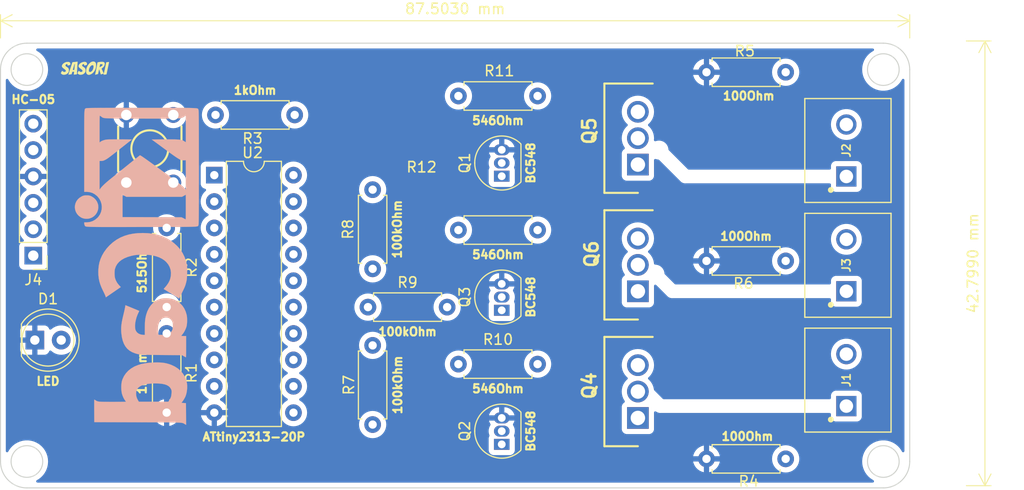
<source format=kicad_pcb>
(kicad_pcb (version 20211014) (generator pcbnew)
  (title_block (title "RGB_LightsBluetooth") (date "2022-05-03") (rev "1") (company "Sasori") (comment 1 "By Tony"))
  (layers (0 "F.Cu" signal) (31 "B.Cu" signal) (34 "B.Paste" user) (35 "F.Paste" user) (36 "B.SilkS" user "B.Silkscreen") (37 "F.SilkS" user "F.Silkscreen") (38 "B.Mask" user) (39 "F.Mask" user) (44 "Edge.Cuts" user))
  (net 0 "")
  (net 1 "GND")
  (net 2 "Net-(R3-Pad2)")
  (net 3 "/TX")
  (net 4 "Net-(R2-Pad1)")
  (net 5 "/5V")
  (net 6 "Net-(J1-Pad2)")
  (net 7 "Net-(J2-Pad2)")
  (net 8 "Net-(J3-Pad2)")
  (net 9 "/R")
  (net 10 "Net-(Q2-Pad2)")
  (net 11 "/B")
  (net 12 "Net-(Q1-Pad2)")
  (net 13 "/G")
  (net 14 "Net-(Q3-Pad2)")
  (net 15 "Net-(Q2-Pad1)")
  (net 16 "/12V")
  (net 17 "Net-(Q1-Pad1)")
  (net 18 "Net-(Q3-Pad1)")
  (net 19 "/RX")
  (net 32 "Net-(D1-Pad2)")
  (net 33 "Net-(J1-Pad1)")
  (net 34 "Net-(J2-Pad1)")
  (net 35 "Net-(J3-Pad1)")
  (footprint "Resistor_THT:R_Axial_DIN0207_L6.3mm_D2.5mm_P7.62mm_Horizontal" (layer "F.Cu") (at 151.384 94.107 -90)
    (fp_text reference "R7" (at 3.81 2.286 90) (layer "F.SilkS"))
    (fp_text value "100kOhm" (at 3.81 -2.413 90) (layer "F.SilkS") (effects (font (size 0.8 0.8) (thickness 0.2))))
    (pad "1" thru_hole circle (at 0 0 270) (size 1.6 1.6) (drill 0.8) (layers *.Cu *.Mask) (net 9 "/R"))
    (pad "2" thru_hole oval (at 7.62 0 270) (size 1.6 1.6) (drill 0.8) (layers *.Cu *.Mask) (net 10 "Net-(Q2-Pad2)"))
  )
  (footprint "Resistor_THT:R_Axial_DIN0207_L6.3mm_D2.5mm_P7.62mm_Horizontal" (layer "F.Cu") (at 151.384 86.741 90)
    (fp_text reference "R8" (at 3.81 -2.37 90) (layer "F.SilkS"))
    (fp_text value "100kOhm" (at 3.81 2.37 90) (layer "F.SilkS") (effects (font (size 0.8 0.8) (thickness 0.2))))
    (pad "1" thru_hole circle (at 0 0 90) (size 1.6 1.6) (drill 0.8) (layers *.Cu *.Mask) (net 11 "/B"))
    (pad "2" thru_hole oval (at 7.62 0 90) (size 1.6 1.6) (drill 0.8) (layers *.Cu *.Mask) (net 12 "Net-(Q1-Pad2)"))
  )
  (footprint "Resistor_THT:R_Axial_DIN0207_L6.3mm_D2.5mm_P7.62mm_Horizontal" (layer "F.Cu") (at 159.639 83.0072)
    (fp_text reference "R12" (at -3.545 -6.053) (layer "F.SilkS"))
    (fp_text value "546Ohm" (at 3.81 2.37) (layer "F.SilkS") (effects (font (size 0.8 0.8) (thickness 0.2))))
    (pad "1" thru_hole circle (at 0 0) (size 1.6 1.6) (drill 0.8) (layers *.Cu *.Mask) (net 18 "Net-(Q3-Pad1)"))
    (pad "2" thru_hole oval (at 7.62 0) (size 1.6 1.6) (drill 0.8) (layers *.Cu *.Mask) (net 16 "/12V"))
  )
  (footprint "Package_TO_SOT_THT:TO-92_Inline" (layer "F.Cu") (at 163.809 90.7288 90)
    (fp_text reference "Q3" (at 1.27 -3.56 90) (layer "F.SilkS"))
    (fp_text value "BC548" (at 1.27 2.79 90) (layer "F.SilkS") (effects (font (size 0.8 0.8) (thickness 0.2))))
    (pad "1" thru_hole rect (at 0 0 90) (size 1.05 1.5) (drill 0.75) (layers *.Cu *.Mask) (net 18 "Net-(Q3-Pad1)"))
    (pad "2" thru_hole oval (at 1.27 0 90) (size 1.05 1.5) (drill 0.75) (layers *.Cu *.Mask) (net 14 "Net-(Q3-Pad2)"))
    (pad "3" thru_hole oval (at 2.54 0 90) (size 1.05 1.5) (drill 0.75) (layers *.Cu *.Mask) (net 1 "GND"))
  )
  (footprint "Resistor_THT:R_Axial_DIN0207_L6.3mm_D2.5mm_P7.62mm_Horizontal" (layer "F.Cu") (at 159.639 95.9104)
    (fp_text reference "R10" (at 3.81 -2.37) (layer "F.SilkS"))
    (fp_text value "546Ohm" (at 3.81 2.37) (layer "F.SilkS") (effects (font (size 0.8 0.8) (thickness 0.2))))
    (pad "1" thru_hole circle (at 0 0) (size 1.6 1.6) (drill 0.8) (layers *.Cu *.Mask) (net 15 "Net-(Q2-Pad1)"))
    (pad "2" thru_hole oval (at 7.62 0) (size 1.6 1.6) (drill 0.8) (layers *.Cu *.Mask) (net 16 "/12V"))
  )
  (footprint "Resistor_THT:R_Axial_DIN0207_L6.3mm_D2.5mm_P7.62mm_Horizontal" (layer "F.Cu") (at 191.135 105.029 180)
    (fp_text reference "R4" (at 3.556 -2.159) (layer "F.SilkS"))
    (fp_text value "100Ohm" (at 3.683 2.159) (layer "F.SilkS") (effects (font (size 0.8 0.8) (thickness 0.2))))
    (pad "1" thru_hole circle (at 0 0 180) (size 1.6 1.6) (drill 0.8) (layers *.Cu *.Mask) (net 6 "Net-(J1-Pad2)"))
    (pad "2" thru_hole oval (at 7.62 0 180) (size 1.6 1.6) (drill 0.8) (layers *.Cu *.Mask) (net 1 "GND"))
  )
  (footprint "freetronics_footprints:SW_PUSHBUTTON_PTH" (layer "F.Cu") (at 129.9374 75.184 90)
    (fp_text reference "SW1")
    (fp_text value "SW_DPST" hide)
    (pad "1" thru_hole oval locked (at -3.2512 -2.2606 90) (size 1.524 1.524) (drill 1.016) (layers *.Cu *.Mask) (net 1 "GND"))
    (pad "1" thru_hole oval locked (at 3.2512 -2.2606 90) (size 1.524 1.524) (drill 1.016) (layers *.Cu *.Mask) (net 1 "GND"))
    (pad "2" thru_hole oval locked (at 3.2512 2.2606 90) (size 1.524 1.524) (drill 1.016) (layers *.Cu *.Mask) (net 2 "Net-(R3-Pad2)"))
    (pad "2" thru_hole oval locked (at -3.2512 2.2606 90) (size 1.524 1.524) (drill 1.016) (layers *.Cu *.Mask) (net 2 "Net-(R3-Pad2)"))
  )
  (footprint "Resistor_THT:R_Axial_DIN0207_L6.3mm_D2.5mm_P7.62mm_Horizontal" (layer "F.Cu") (at 191.135 67.818 180)
    (fp_text reference "R5" (at 3.937 2.032) (layer "F.SilkS"))
    (fp_text value "100Ohm" (at 3.556 -2.286) (layer "F.SilkS") (effects (font (size 0.8 0.8) (thickness 0.2))))
    (pad "1" thru_hole circle (at 0 0 180) (size 1.6 1.6) (drill 0.8) (layers *.Cu *.Mask) (net 7 "Net-(J2-Pad2)"))
    (pad "2" thru_hole oval (at 7.62 0 180) (size 1.6 1.6) (drill 0.8) (layers *.Cu *.Mask) (net 1 "GND"))
  )
  (footprint "Resistor_THT:R_Axial_DIN0207_L6.3mm_D2.5mm_P7.62mm_Horizontal" (layer "F.Cu") (at 191.135 85.979 180)
    (fp_text reference "R6" (at 4.064 -2.159) (layer "F.SilkS"))
    (fp_text value "100Ohm" (at 3.81 2.37) (layer "F.SilkS") (effects (font (size 0.8 0.8) (thickness 0.2))))
    (pad "1" thru_hole circle (at 0 0 180) (size 1.6 1.6) (drill 0.8) (layers *.Cu *.Mask) (net 8 "Net-(J3-Pad2)"))
    (pad "2" thru_hole oval (at 7.62 0 180) (size 1.6 1.6) (drill 0.8) (layers *.Cu *.Mask) (net 1 "GND"))
  )
  (footprint "Resistor_THT:R_Axial_DIN0207_L6.3mm_D2.5mm_P7.62mm_Horizontal" (layer "F.Cu") (at 159.639 70.104)
    (fp_text reference "R11" (at 3.937 -2.413) (layer "F.SilkS"))
    (fp_text value "546Ohm" (at 3.81 2.37) (layer "F.SilkS") (effects (font (size 0.8 0.8) (thickness 0.2))))
    (pad "1" thru_hole circle (at 0 0) (size 1.6 1.6) (drill 0.8) (layers *.Cu *.Mask) (net 17 "Net-(Q1-Pad1)"))
    (pad "2" thru_hole oval (at 7.62 0) (size 1.6 1.6) (drill 0.8) (layers *.Cu *.Mask) (net 16 "/12V"))
  )
  (footprint "LED_THT:LED_D5.0mm" (layer "F.Cu") (at 118.872 93.599)
    (fp_text reference "D1" (at 1.27 -3.96) (layer "F.SilkS"))
    (fp_text value "LED" (at 1.27 3.96) (layer "F.SilkS") (effects (font (size 0.8 0.8) (thickness 0.2))))
    (pad "1" thru_hole rect (at 0 0) (size 1.8 1.8) (drill 0.9) (layers *.Cu *.Mask) (net 1 "GND"))
    (pad "2" thru_hole circle (at 2.54 0) (size 1.8 1.8) (drill 0.9) (layers *.Cu *.Mask) (net 32 "Net-(D1-Pad2)"))
  )
  (footprint "Resistor_THT:R_Axial_DIN0207_L6.3mm_D2.5mm_P7.62mm_Horizontal" (layer "F.Cu") (at 131.562 92.959 -90)
    (fp_text reference "R1" (at 3.81 -2.37 90) (layer "F.SilkS"))
    (fp_text value "1kOhm" (at 3.81 2.37 90) (layer "F.SilkS") (effects (font (size 0.8 0.8) (thickness 0.2))))
    (pad "1" thru_hole circle (at 0 0 270) (size 1.6 1.6) (drill 0.8) (layers *.Cu *.Mask) (net 3 "/TX"))
    (pad "2" thru_hole oval (at 7.62 0 270) (size 1.6 1.6) (drill 0.8) (layers *.Cu *.Mask) (net 1 "GND"))
  )
  (footprint "FootprintsSnapeda:TO254P465X1024X2050-3P" (layer "F.Cu") (at 176.911 101.092 90)
    (fp_text reference "Q4" (at 3.102 -4.671 90) (layer "F.SilkS") (effects (font (size 1.27 1.27) (thickness 0.254))))
    (fp_text value "IRF9640" hide)
    (pad "1" thru_hole rect locked (at 0 0 90) (size 2.085 2.085) (drill 1.39) (layers *.Cu *.Mask) (net 15 "Net-(Q2-Pad1)"))
    (pad "2" thru_hole circle locked (at 2.54 0 90) (size 2.085 2.085) (drill 1.39) (layers *.Cu *.Mask) (net 33 "Net-(J1-Pad1)"))
    (pad "3" thru_hole circle locked (at 5.08 0 90) (size 2.085 2.085) (drill 1.39) (layers *.Cu *.Mask) (net 16 "/12V"))
  )
  (footprint "FootprintsSnapeda:PHOENIX_1935161" (layer "F.Cu") (at 196.977 97.449 90)
    (fp_text reference "J1" (at 0 0 90) (layer "F.SilkS") (effects (font (size 0.787402 0.787402))))
    (fp_text value "1935161")
    (pad "1" thru_hole rect locked (at -2.5 0 90) (size 1.95 1.95) (drill 1.3) (layers *.Cu *.Mask) (net 33 "Net-(J1-Pad1)"))
    (pad "2" thru_hole circle locked (at 2.5 0 90) (size 1.95 1.95) (drill 1.3) (layers *.Cu *.Mask) (net 6 "Net-(J1-Pad2)"))
  )
  (footprint "LibreriaProyecto:SasoriLogo" (layer "F.Cu") (at 123.698 67.437)
    (fp_text reference "G***" hide)
    (fp_text value "LOGO" hide)
  )
  (footprint "Connector_PinHeader_2.54mm:PinHeader_1x06_P2.54mm_Vertical" (layer "F.Cu") (at 118.722 85.471 180)
    (fp_text reference "J4" (at 0 -2.33) (layer "F.SilkS"))
    (fp_text value "HC-05" (at 0 15.03) (layer "F.SilkS") (effects (font (size 0.8 0.8) (thickness 0.2))))
    (pad "1" thru_hole rect (at 0 0 180) (size 1.7 1.7) (drill 1) (layers *.Cu *.Mask) (net 32 "Net-(D1-Pad2)"))
    (pad "2" thru_hole oval (at 0 2.54 180) (size 1.7 1.7) (drill 1) (layers *.Cu *.Mask) (net 3 "/TX"))
    (pad "3" thru_hole oval (at 0 5.08 180) (size 1.7 1.7) (drill 1) (layers *.Cu *.Mask) (net 19 "/RX"))
    (pad "4" thru_hole oval (at 0 7.62 180) (size 1.7 1.7) (drill 1) (layers *.Cu *.Mask) (net 1 "GND"))
    (pad "5" thru_hole oval (at 0 10.16 180) (size 1.7 1.7) (drill 1) (layers *.Cu *.Mask) (net 5 "/5V"))
    (pad "6" thru_hole oval (at 0 12.7 180) (size 1.7 1.7) (drill 1) (layers *.Cu *.Mask))
  )
  (footprint "FootprintsSnapeda:TO254P465X1024X2050-3P" (layer "F.Cu") (at 176.911 76.708 90)
    (fp_text reference "Q5" (at 3.238 -4.671 90) (layer "F.SilkS") (effects (font (size 1.27 1.27) (thickness 0.254))))
    (fp_text value "IRF9640" hide)
    (pad "1" thru_hole rect locked (at 0 0 90) (size 2.085 2.085) (drill 1.39) (layers *.Cu *.Mask) (net 17 "Net-(Q1-Pad1)"))
    (pad "2" thru_hole circle locked (at 2.54 0 90) (size 2.085 2.085) (drill 1.39) (layers *.Cu *.Mask) (net 34 "Net-(J2-Pad1)"))
    (pad "3" thru_hole circle locked (at 5.08 0 90) (size 2.085 2.085) (drill 1.39) (layers *.Cu *.Mask) (net 16 "/12V"))
  )
  (footprint "Resistor_THT:R_Axial_DIN0207_L6.3mm_D2.5mm_P7.62mm_Horizontal" (layer "F.Cu") (at 131.562 82.799 -90)
    (fp_text reference "R2" (at 3.81 -2.37 90) (layer "F.SilkS"))
    (fp_text value "515Ohm" (at 3.81 2.37 90) (layer "F.SilkS") (effects (font (size 0.8 0.8) (thickness 0.2))))
    (pad "1" thru_hole circle (at 0 0 270) (size 1.6 1.6) (drill 0.8) (layers *.Cu *.Mask) (net 4 "Net-(R2-Pad1)"))
    (pad "2" thru_hole oval (at 7.62 0 270) (size 1.6 1.6) (drill 0.8) (layers *.Cu *.Mask) (net 3 "/TX"))
  )
  (footprint "FootprintsSnapeda:PHOENIX_1935161" (layer "F.Cu") (at 196.977 86.4 90)
    (fp_text reference "J3" (at 0 0 90) (layer "F.SilkS") (effects (font (size 0.787402 0.787402))))
    (fp_text value "1935161")
    (pad "1" thru_hole rect locked (at -2.5 0 90) (size 1.95 1.95) (drill 1.3) (layers *.Cu *.Mask) (net 35 "Net-(J3-Pad1)"))
    (pad "2" thru_hole circle locked (at 2.5 0 90) (size 1.95 1.95) (drill 1.3) (layers *.Cu *.Mask) (net 8 "Net-(J3-Pad2)"))
  )
  (footprint "Package_TO_SOT_THT:TO-92_Inline" (layer "F.Cu") (at 163.809 103.632 90)
    (fp_text reference "Q2" (at 1.27 -3.56 90) (layer "F.SilkS"))
    (fp_text value "BC548" (at 1.27 2.79 90) (layer "F.SilkS") (effects (font (size 0.8 0.8) (thickness 0.2))))
    (pad "1" thru_hole rect (at 0 0 90) (size 1.05 1.5) (drill 0.75) (layers *.Cu *.Mask) (net 15 "Net-(Q2-Pad1)"))
    (pad "2" thru_hole oval (at 1.27 0 90) (size 1.05 1.5) (drill 0.75) (layers *.Cu *.Mask) (net 10 "Net-(Q2-Pad2)"))
    (pad "3" thru_hole oval (at 2.54 0 90) (size 1.05 1.5) (drill 0.75) (layers *.Cu *.Mask) (net 1 "GND"))
  )
  (footprint "Package_TO_SOT_THT:TO-92_Inline" (layer "F.Cu") (at 163.809 77.8256 90)
    (fp_text reference "Q1" (at 1.27 -3.56 90) (layer "F.SilkS"))
    (fp_text value "BC548" (at 1.27 2.79 90) (layer "F.SilkS") (effects (font (size 0.8 0.8) (thickness 0.2))))
    (pad "1" thru_hole rect (at 0 0 90) (size 1.05 1.5) (drill 0.75) (layers *.Cu *.Mask) (net 17 "Net-(Q1-Pad1)"))
    (pad "2" thru_hole oval (at 1.27 0 90) (size 1.05 1.5) (drill 0.75) (layers *.Cu *.Mask) (net 12 "Net-(Q1-Pad2)"))
    (pad "3" thru_hole oval (at 2.54 0 90) (size 1.05 1.5) (drill 0.75) (layers *.Cu *.Mask) (net 1 "GND"))
  )
  (footprint "FootprintsSnapeda:PHOENIX_1935161" (layer "F.Cu") (at 196.977 75.351 90)
    (fp_text reference "J2" (at 0 0 90) (layer "F.SilkS") (effects (font (size 0.787402 0.787402))))
    (fp_text value "1935161")
    (pad "1" thru_hole rect locked (at -2.5 0 90) (size 1.95 1.95) (drill 1.3) (layers *.Cu *.Mask) (net 34 "Net-(J2-Pad1)"))
    (pad "2" thru_hole circle locked (at 2.5 0 90) (size 1.95 1.95) (drill 1.3) (layers *.Cu *.Mask) (net 7 "Net-(J2-Pad2)"))
  )
  (footprint "Resistor_THT:R_Axial_DIN0207_L6.3mm_D2.5mm_P7.62mm_Horizontal" (layer "F.Cu") (at 150.934 90.424)
    (fp_text reference "R9" (at 3.81 -2.37) (layer "F.SilkS"))
    (fp_text value "100kOhm" (at 3.81 2.37) (layer "F.SilkS") (effects (font (size 0.8 0.8) (thickness 0.2))))
    (pad "1" thru_hole circle (at 0 0) (size 1.6 1.6) (drill 0.8) (layers *.Cu *.Mask) (net 13 "/G"))
    (pad "2" thru_hole oval (at 7.62 0) (size 1.6 1.6) (drill 0.8) (layers *.Cu *.Mask) (net 14 "Net-(Q3-Pad2)"))
  )
  (footprint "FootprintsSnapeda:TO254P465X1024X2050-3P" (layer "F.Cu") (at 176.911 88.9 90)
    (fp_text reference "Q6" (at 3.58 -4.461 90) (layer "F.SilkS") (effects (font (size 1.27 1.27) (thickness 0.254))))
    (fp_text value "IRF9640" hide)
    (pad "1" thru_hole rect locked (at 0 0 90) (size 2.085 2.085) (drill 1.39) (layers *.Cu *.Mask) (net 18 "Net-(Q3-Pad1)"))
    (pad "2" thru_hole circle locked (at 2.54 0 90) (size 2.085 2.085) (drill 1.39) (layers *.Cu *.Mask) (net 35 "Net-(J3-Pad1)"))
    (pad "3" thru_hole circle locked (at 5.08 0 90) (size 2.085 2.085) (drill 1.39) (layers *.Cu *.Mask) (net 16 "/12V"))
  )
  (footprint "Resistor_THT:R_Axial_DIN0207_L6.3mm_D2.5mm_P7.62mm_Horizontal" (layer "F.Cu") (at 143.881 71.9288 180)
    (fp_text reference "R3" (at 4.051 -2.2712) (layer "F.SilkS"))
    (fp_text value "1kOhm" (at 3.81 2.37) (layer "F.SilkS") (effects (font (size 0.8 0.8) (thickness 0.2))))
    (pad "1" thru_hole circle (at 0 0 180) (size 1.6 1.6) (drill 0.8) (layers *.Cu *.Mask) (net 5 "/5V"))
    (pad "2" thru_hole oval (at 7.62 0 180) (size 1.6 1.6) (drill 0.8) (layers *.Cu *.Mask) (net 2 "Net-(R3-Pad2)"))
  )
  (footprint "Package_DIP:DIP-20_W7.62mm" (layer "F.Cu") (at 136.144 77.724)
    (fp_text reference "U2" (at 3.686 -2.154) (layer "F.SilkS"))
    (fp_text value "ATtiny2313-20P" (at 3.81 25.19) (layer "F.SilkS") (effects (font (size 0.8 0.8) (thickness 0.2))))
    (pad "1" thru_hole rect (at 0 0) (size 1.6 1.6) (drill 0.8) (layers *.Cu *.Mask) (net 2 "Net-(R3-Pad2)"))
    (pad "2" thru_hole oval (at 0 2.54) (size 1.6 1.6) (drill 0.8) (layers *.Cu *.Mask) (net 19 "/RX"))
    (pad "3" thru_hole oval (at 0 5.08) (size 1.6 1.6) (drill 0.8) (layers *.Cu *.Mask) (net 4 "Net-(R2-Pad1)"))
    (pad "4" thru_hole oval (at 0 7.62) (size 1.6 1.6) (drill 0.8) (layers *.Cu *.Mask))
    (pad "5" thru_hole oval (at 0 10.16) (size 1.6 1.6) (drill 0.8) (layers *.Cu *.Mask))
    (pad "6" thru_hole oval (at 0 12.7) (size 1.6 1.6) (drill 0.8) (layers *.Cu *.Mask))
    (pad "7" thru_hole oval (at 0 15.24) (size 1.6 1.6) (drill 0.8) (layers *.Cu *.Mask))
    (pad "8" thru_hole oval (at 0 17.78) (size 1.6 1.6) (drill 0.8) (layers *.Cu *.Mask))
    (pad "9" thru_hole oval (at 0 20.32) (size 1.6 1.6) (drill 0.8) (layers *.Cu *.Mask))
    (pad "10" thru_hole oval (at 0 22.86) (size 1.6 1.6) (drill 0.8) (layers *.Cu *.Mask) (net 1 "GND"))
    (pad "11" thru_hole oval (at 7.62 22.86) (size 1.6 1.6) (drill 0.8) (layers *.Cu *.Mask))
    (pad "12" thru_hole oval (at 7.62 20.32) (size 1.6 1.6) (drill 0.8) (layers *.Cu *.Mask))
    (pad "13" thru_hole oval (at 7.62 17.78) (size 1.6 1.6) (drill 0.8) (layers *.Cu *.Mask))
    (pad "14" thru_hole oval (at 7.62 15.24) (size 1.6 1.6) (drill 0.8) (layers *.Cu *.Mask) (net 9 "/R"))
    (pad "15" thru_hole oval (at 7.62 12.7) (size 1.6 1.6) (drill 0.8) (layers *.Cu *.Mask) (net 13 "/G"))
    (pad "16" thru_hole oval (at 7.62 10.16) (size 1.6 1.6) (drill 0.8) (layers *.Cu *.Mask) (net 11 "/B"))
    (pad "17" thru_hole oval (at 7.62 7.62) (size 1.6 1.6) (drill 0.8) (layers *.Cu *.Mask))
    (pad "18" thru_hole oval (at 7.62 5.08) (size 1.6 1.6) (drill 0.8) (layers *.Cu *.Mask))
    (pad "19" thru_hole oval (at 7.62 2.54) (size 1.6 1.6) (drill 0.8) (layers *.Cu *.Mask))
    (pad "20" thru_hole oval (at 7.62 0) (size 1.6 1.6) (drill 0.8) (layers *.Cu *.Mask) (net 5 "/5V"))
  )
  (footprint "Symbol:KiCad-Logo_12mm_SilkScreen" (layer "B.Cu") (at 128.651 86.487 -90)
    (fp_text reference "REF**" hide)
    (fp_text value "KiCad-Logo_12mm_SilkScreen" hide)
  )
  (gr_line (start 203.073 105.283) (end 203.073 67.564) (layer "Edge.Cuts") (width 0.1))
  (gr_circle locked (center 200.533 105.283) (end 199.009 105.283) (layer "Edge.Cuts") (width 0.1) (fill none))
  (gr_circle locked (center 200.533 67.564) (end 199.009 67.564) (layer "Edge.Cuts") (width 0.1) (fill none))
  (gr_arc (start 118.11 107.823) (mid 116.313949 107.079051) (end 115.57 105.283) (layer "Edge.Cuts") (width 0.1))
  (gr_arc (start 115.57 67.564) (mid 116.313949 65.767949) (end 118.11 65.024) (layer "Edge.Cuts") (width 0.1))
  (gr_line (start 118.11 65.024) (end 200.533 65.024) (layer "Edge.Cuts") (width 0.1))
  (gr_circle locked (center 118.11 67.564) (end 116.586 67.564) (layer "Edge.Cuts") (width 0.1) (fill none))
  (gr_line (start 200.533 107.823) (end 118.11 107.823) (layer "Edge.Cuts") (width 0.1))
  (gr_line (start 115.57 105.283) (end 115.57 67.564) (layer "Edge.Cuts") (width 0.1))
  (gr_arc (start 203.073 105.283) (mid 202.329051 107.079051) (end 200.533 107.823) (layer "Edge.Cuts") (width 0.1))
  (gr_circle locked (center 118.11 105.283) (end 116.586 105.283) (layer "Edge.Cuts") (width 0.1) (fill none))
  (gr_arc (start 200.533 65.024) (mid 202.329051 65.767949) (end 203.073 67.564) (layer "Edge.Cuts") (width 0.1))
  (dimension (type aligned) (layer "F.SilkS") (pts (xy 208.026 64.81) (xy 208.026 107.609)) (height -2.285999) (gr_text "42.7990 mm" (at 209.161999 86.2095 90) (layer "F.SilkS") (effects (font (size 1 1) (thickness 0.15)))) (format (units 3) (units_format 1) (precision 4)) (style (thickness 0.1) (arrow_length 1.27) (text_position_mode 0) (extension_height 0.58642) (extension_offset 0.5) keep_text_aligned))
  (dimension (type aligned) (layer "F.SilkS") (pts (xy 115.57 65.024) (xy 203.073 65.024)) (height -2.158999) (gr_text "87.5030 mm" (at 159.3215 61.715001) (layer "F.SilkS") (effects (font (size 1 1) (thickness 0.15)))) (format (units 3) (units_format 1) (precision 4)) (style (thickness 0.1) (arrow_length 1.27) (text_position_mode 0) (extension_height 0.58642) (extension_offset 0.5) keep_text_aligned))
  (zone (net 1) (net_name "GND") (layer "B.Cu") (connect_pads (clearance 0.508)) (min_thickness 0.254) (fill yes (thermal_gap 0.508) (thermal_bridge_width 0.508))
    (polygon (pts (xy 203.073 107.823) (xy 115.57 107.823) (xy 115.57 65.024) (xy 203.073 65.024)))
  )
)
</source>
